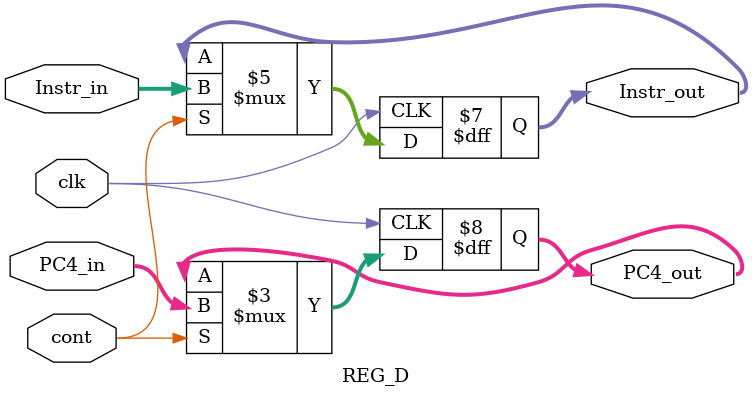
<source format=v>
`timescale 1ns / 1ps
`include"CTRL.v"
module REG_D(clk, cont, Instr_in, PC4_in, Instr_out, PC4_out);
    input clk;
	 input cont;
    input [31:0] Instr_in;
    input [31:0] PC4_in;
    output reg [31:0] Instr_out;
    output reg [31:0] PC4_out;

	 initial begin
        Instr_out=0;
        PC4_out=0;
    end

    always@(posedge clk) begin
				if(cont)begin
            Instr_out<=Instr_in;
            PC4_out<=PC4_in;
    end
	 end
   
endmodule

</source>
